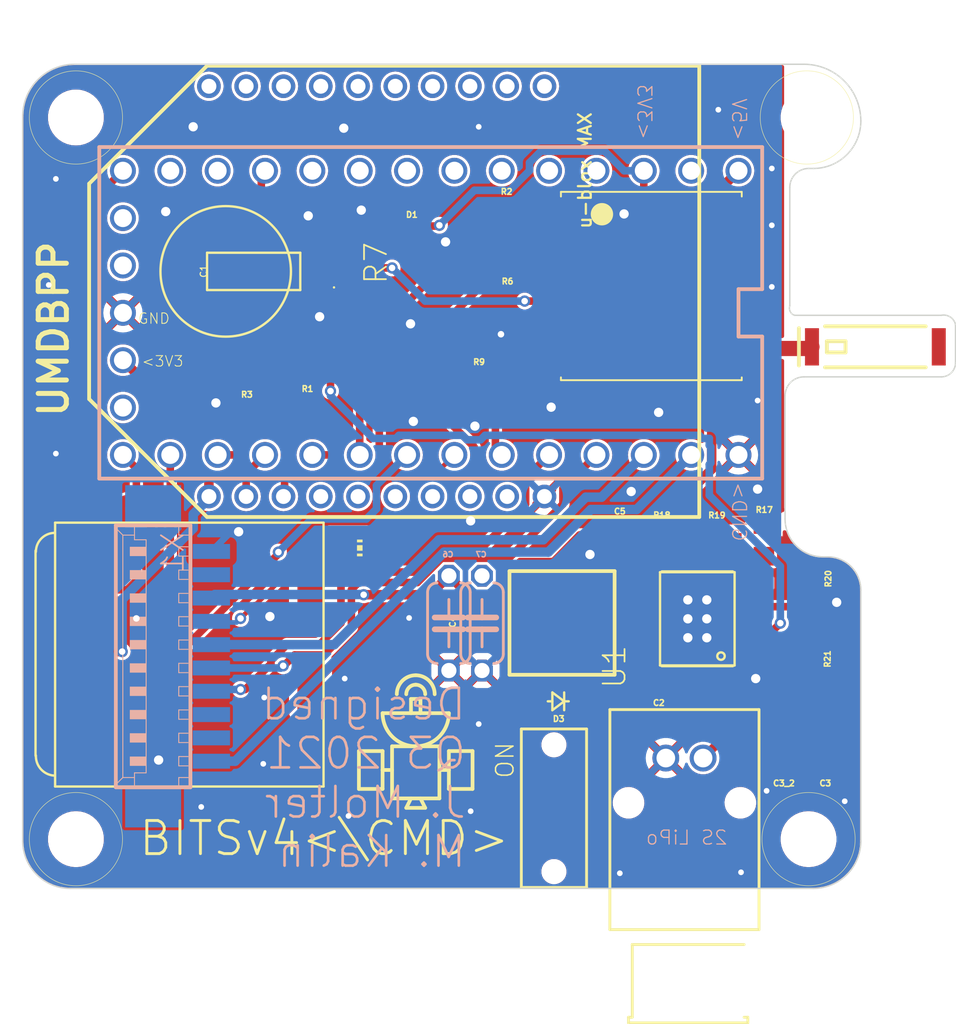
<source format=kicad_pcb>
(kicad_pcb (version 20221018) (generator pcbnew)
  (layers (0 "F.Cu" signal) (31 "B.Cu" signal) (34 "B.Paste" user) (35 "F.Paste" user) (36 "B.SilkS" user "B.Silkscreen") (37 "F.SilkS" user "F.Silkscreen") (38 "B.Mask" user) (39 "F.Mask" user) (44 "Edge.Cuts" user))
  (net 0 "")
  (net 1 "GND")
  (net 2 "+3V3")
  (net 3 "MOSI")
  (net 4 "MISO")
  (net 5 "SD_CS")
  (net 6 "DOUT")
  (net 7 "DIN")
  (net 8 "AGND")
  (net 9 "+5V")
  (net 10 "RXD")
  (net 11 "CTS")
  (net 12 "RTS")
  (net 13 "NETAV")
  (net 14 "RING")
  (net 15 "TXD")
  (net 16 "SLEEP")
  (net 17 "RX3")
  (net 18 "TX3")
  (net 19 "SCK")
  (net 20 "BAT_CELL1")
  (net 21 "LED1")
  (net 22 "N$6")
  (net 23 "9_V_RESET_N")
  (net 24 "V_BCKP")
  (net 25 "N$1")
  (net 26 "N$2")
  (net 27 "N$3")
  (net 28 "N$4")
  (net 29 "N$29")
  (net 30 "N$31")
  (net 31 "SW")
  (net 32 "FB")
  (net 33 "IN1")
  (net 34 "VBAT")
  (net 35 "N$7")
  (net 36 "+3V3_LION")
  (footprint "BITSv4:MICRO_SD_HINGED" (layer "F.Cu") (at 139.619175 117.687725 -90)
    (fp_text reference "U$4" hide)
    (fp_text value "MICRO_SD" hide)
  )
  (footprint "BITSv4:R0603" (layer "F.Cu") (at 165.53725 114.698325 -90)
    (fp_text reference "R21")
    (fp_text value "140k" hide)
  )
  (footprint "BITSv4:XBEE-PRO" (layer "F.Cu") (at 142.4691 95.0846 90)
    (fp_text reference "XB1" hide)
    (fp_text value "XBEE-PRO" hide)
  )
  (footprint "BITSv4:R0603" (layer "F.Cu") (at 147.9881 100.4474 180)
    (fp_text reference "R9")
    (fp_text value "470" hide)
  )
  (footprint "BITSv4:MAX-M8" (layer "F.Cu") (at 157.402725 94.897475 180)
    (fp_text reference "U$7" hide)
    (fp_text value "MAX-M8" hide)
  )
  (footprint "BITSv4:CL-SB-12B-01" (layer "F.Cu") (at 150.2283 127.0508 90)
    (fp_text reference "U$3" hide)
    (fp_text value "CL-SB-12B-01" hide)
  )
  (footprint "BITSv4:559350210" (layer "F.Cu") (at 162.9791 129.3114 180)
    (fp_text reference "U$1" hide)
    (fp_text value "559350210" hide)
  )
  (footprint "BITSv4:R0603" (layer "F.Cu") (at 149.4143 91.2138 180)
    (fp_text reference "R2")
    (fp_text value "22" hide)
  )
  (footprint "" (layer "F.Cu") (at 126.3361 124.4596)
    (fp_text reference "@HOLE1" hide)
    (fp_text value "")
  )
  (footprint "BITSv4:SOD-123_MINI-SMA" (layer "F.Cu") (at 152.2095 117.0686 180)
    (fp_text reference "D3")
    (fp_text value "MBR130T1G" hide)
  )
  (footprint "BITSv4:C0603" (layer "F.Cu") (at 148.1201 112.8776 -90)
    (fp_text reference "C4")
    (fp_text value "2.2uF" hide)
  )
  (footprint "BITSv4:ELNASUPERCAP" (layer "F.Cu") (at 137.870275 94.012425 90)
    (fp_text reference "C1")
    (fp_text value "0.2F" hide)
  )
  (footprint "BITSv4:C0805" (layer "F.Cu") (at 164.3761 118.9736 -90)
    (fp_text reference "C3_2")
    (fp_text value "10uF" hide)
  )
  (footprint "BITSv4:SOD523" (layer "F.Cu") (at 144.2533 91.5838)
    (fp_text reference "D1")
    (fp_text value "RB520S30T1GOSCT-ND" hide)
  )
  (footprint "BITSv4:R0603" (layer "F.Cu") (at 157.66475 108.5569 180)
    (fp_text reference "R18")
    (fp_text value "68k" hide)
  )
  (footprint "BITSv4:R0603" (layer "F.Cu") (at 135.4305 99.1464)
    (fp_text reference "R3")
    (fp_text value "100k" hide)
  )
  (footprint "BITSv4:R0603" (layer "F.Cu") (at 141.7925 92.9874 -90)
    (fp_text reference "R7")
    (fp_text value "22" hide)
  )
  (footprint "" (layer "F.Cu") (at 165.6361 85.7596)
    (fp_text reference "@HOLE2" hide)
    (fp_text value "")
  )
  (footprint "BITSv4:R0603" (layer "F.Cu") (at 138.7079 99.1462 180)
    (fp_text reference "R1")
    (fp_text value "180k" hide)
  )
  (footprint "BITSv4:SO8" (layer "F.Cu") (at 159.669125 112.644075 90)
    (fp_text reference "U1")
    (fp_text value "LMR16020" hide)
  )
  (footprint "BITSv4:C0402" (layer "F.Cu") (at 155.4099 108.5342 -90)
    (fp_text reference "C5")
    (fp_text value "270pF" hide)
  )
  (footprint "" (layer "F.Cu") (at 126.3361 85.7596)
    (fp_text reference "@HOLE3" hide)
    (fp_text value "")
  )
  (footprint "BITSv4:74408943100" (layer "F.Cu") (at 154.2161 112.8776 90)
    (fp_text reference "L1" hide)
    (fp_text value "74408943100" hide)
  )
  (footprint "BITSv4:C0805" (layer "F.Cu") (at 166.4081 118.9736 -90)
    (fp_text reference "C3")
    (fp_text value "10uF" hide)
  )
  (footprint "BITSv4:R0603" (layer "F.Cu") (at 149.4143 93.3552 180)
    (fp_text reference "R6")
    (fp_text value "22" hide)
  )
  (footprint "BITSv4:R0603" (layer "F.Cu") (at 163.241325 108.43725 -90)
    (fp_text reference "R17")
    (fp_text value "45.3k" hide)
  )
  (footprint "BITSv4:R0603" (layer "F.Cu") (at 160.692725 108.5938 180)
    (fp_text reference "R19")
    (fp_text value "12k" hide)
  )
  (footprint "BITSv4:CHIP-LED0603" (layer "F.Cu") (at 141.7123 108.8444 90)
    (fp_text reference "LED1" hide)
    (fp_text value "Red" hide)
  )
  (footprint "" (layer "F.Cu") (at 165.6361 124.4596)
    (fp_text reference "@HOLE0" hide)
    (fp_text value "")
  )
  (footprint "BITSv4:C0603" (layer "F.Cu") (at 159.4831 116.237125)
    (fp_text reference "C2")
    (fp_text value "0.1uF" hide)
  )
  (footprint "BITSv4:SPARKFUN-GPS_ANT-GPS-2X7MM" (layer "F.Cu") (at 169.2196 98.05885)
    (fp_text reference "U$8" hide)
    (fp_text value "1.575GHz" hide)
  )
  (footprint "BITSv4:R0603" (layer "F.Cu") (at 165.524525 111.208975 -90)
    (fp_text reference "R20")
    (fp_text value "30.1k" hide)
  )
  (footprint "BITSv4:TEENSY_3.0-3.2&LC_OUTER_ROW" (layer "B.Cu") (at 145.3681 96.2356 90)
    (fp_text reference "U$2" hide)
    (fp_text value "TEENSY_3.1-3.2_OUTER_ROW")
  )
  (footprint "BITSv4:C050-024X044" (layer "B.Cu") (at 148.1201 112.8776 -90)
    (fp_text reference "C7")
    (fp_text value "33uF")
  )
  (footprint "BITSv4:C050-024X044" (layer "B.Cu") (at 146.3421 112.8776 -90)
    (fp_text reference "C6")
    (fp_text value "33uF")
  )
  (footprint "BITSv4:53261-10" (layer "B.Cu") (at 131.1021 114.6556 -90)
    (fp_text reference "X1")
    (fp_text value "53261-10")
  )
  (gr_line (start 143.2941 122.2756) (end 144.3101 122.2756) (stroke (width 0.2)) (layer "F.SilkS"))
  (gr_line (start 144.3101 122.2756) (end 144.8181 122.2756) (stroke (width 0.2)) (layer "F.SilkS"))
  (gr_line (start 145.8341 120.7516) (end 146.3421 120.7516) (stroke (width 0.2)) (layer "F.SilkS"))
  (gr_line (start 142.7861 119.7356) (end 141.5161 119.7356) (stroke (width 0.2)) (layer "F.SilkS"))
  (gr_line (start 144.5641 119.4816) (end 143.2941 119.4816) (stroke (width 0.2)) (layer "F.SilkS"))
  (gr_arc (start 144.5641 116.1796) (mid 144.92331 116.32839) (end 145.0721 116.6876) (stroke (width 0.2)) (layer "F.SilkS"))
  (gr_circle (center 165.6361 124.4596) (end 168.1361 124.4596) (stroke (width 0.0254)) (fill none) (layer "F.SilkS"))
  (gr_line (start 146.3421 121.7676) (end 147.6121 121.7676) (stroke (width 0.2)) (layer "F.SilkS"))
  (gr_line (start 145.8341 120.7516) (end 145.8341 119.4816) (stroke (width 0.2)) (layer "F.SilkS"))
  (gr_line (start 142.7861 121.7676) (end 142.7861 120.7516) (stroke (width 0.2)) (layer "F.SilkS"))
  (gr_circle (center 165.5441 85.7596) (end 168.0441 85.7596) (stroke (width 0.0254)) (fill none) (layer "F.SilkS"))
  (gr_line (start 145.8341 122.2756) (end 145.8341 120.7516) (stroke (width 0.2)) (layer "F.SilkS"))
  (gr_line (start 143.2941 120.7516) (end 142.7861 120.7516) (stroke (width 0.2)) (layer "F.SilkS"))
  (gr_line (start 145.0721 122.7836) (end 144.8181 122.2756) (stroke (width 0.2)) (layer "F.SilkS"))
  (gr_line (start 141.5161 121.7676) (end 142.7861 121.7676) (stroke (width 0.2)) (layer "F.SilkS"))
  (gr_line (start 142.7861 117.7036) (end 144.3101 117.7036) (stroke (width 0.2)) (layer "F.SilkS"))
  (gr_line (start 144.0561 122.7836) (end 145.0721 122.7836) (stroke (width 0.2)) (layer "F.SilkS"))
  (gr_line (start 144.8181 117.7036) (end 144.8181 116.9416) (stroke (width 0.2)) (layer "F.SilkS"))
  (gr_line (start 149.5933 115.6462) (end 149.5933 110.0836) (stroke (width 0.2)) (layer "F.SilkS"))
  (gr_line (start 141.5161 119.7356) (end 141.5161 121.7676) (stroke (width 0.2)) (layer "F.SilkS"))
  (gr_line (start 144.8181 117.7036) (end 146.3421 117.7036) (stroke (width 0.2)) (layer "F.SilkS"))
  (gr_line (start 147.6121 119.7356) (end 146.3421 119.7356) (stroke (width 0.2)) (layer "F.SilkS"))
  (gr_line (start 144.3101 117.7036) (end 144.8181 117.7036) (stroke (width 0.2)) (layer "F.SilkS"))
  (gr_arc (start 146.3421 117.7036) (mid 145.821336 118.960836) (end 144.5641 119.4816) (stroke (width 0.2)) (layer "F.SilkS"))
  (gr_circle (center 126.3361 124.4596) (end 128.8361 124.4596) (stroke (width 0.0254)) (fill none) (layer "F.SilkS"))
  (gr_arc (start 143.5481 116.6876) (mid 143.84568 115.96918) (end 144.5641 115.6716) (stroke (width 0.2)) (layer "F.SilkS"))
  (gr_line (start 155.2321 115.6462) (end 149.5933 115.6462) (stroke (width 0.2)) (layer "F.SilkS"))
  (gr_line (start 144.8181 122.2756) (end 145.8341 122.2756) (stroke (width 0.2)) (layer "F.SilkS"))
  (gr_arc (start 144.5641 119.4816) (mid 143.306864 118.960836) (end 142.7861 117.7036) (stroke (width 0.2)) (layer "F.SilkS"))
  (gr_line (start 147.6121 121.7676) (end 147.6121 119.7356) (stroke (width 0.2)) (layer "F.SilkS"))
  (gr_arc (start 144.5641 115.6716) (mid 145.28252 115.96918) (end 145.5801 116.6876) (stroke (width 0.2)) (layer "F.SilkS"))
  (gr_line (start 146.3421 120.7516) (end 146.3421 119.7356) (stroke (width 0.2)) (layer "F.SilkS"))
  (gr_arc (start 144.0561 116.6876) (mid 144.20489 116.32839) (end 144.5641 116.1796) (stroke (width 0.2)) (layer "F.SilkS"))
  (gr_line (start 143.2941 119.4816) (end 143.2941 120.7516) (stroke (width 0.2)) (layer "F.SilkS"))
  (gr_line (start 143.2941 120.7516) (end 143.2941 122.2756) (stroke (width 0.2)) (layer "F.SilkS"))
  (gr_line (start 142.7861 120.7516) (end 142.7861 119.7356) (stroke (width 0.2)) (layer "F.SilkS"))
  (gr_line (start 144.8181 116.9416) (end 144.3101 116.9416) (stroke (width 0.2)) (layer "F.SilkS"))
  (gr_line (start 145.8341 119.4816) (end 144.5641 119.4816) (stroke (width 0.2)) (layer "F.SilkS"))
  (gr_line (start 144.3101 116.9416) (end 144.3101 117.7036) (stroke (width 0.2)) (layer "F.SilkS"))
  (gr_line (start 144.3101 122.2756) (end 144.0561 122.7836) (stroke (width 0.2)) (layer "F.SilkS"))
  (gr_line (start 155.2321 110.0836) (end 155.2321 115.6462) (stroke (width 0.2)) (layer "F.SilkS"))
  (gr_circle (center 126.3361 85.7596) (end 128.8361 85.7596) (stroke (width 0.0254)) (fill none) (layer "F.SilkS"))
  (gr_line (start 149.5933 110.0836) (end 155.2321 110.0836) (stroke (width 0.2)) (layer "F.SilkS"))
  (gr_line (start 146.3421 121.7676) (end 146.3421 120.7516) (stroke (width 0.2)) (layer "F.SilkS"))
  (gr_arc (start 168.4401 85.9536) (mid 167.696151 87.749651) (end 165.9001 88.4936) (stroke (width 0.0762)) (layer "Edge.Cuts"))
  (gr_arc (start 126.022101 127.101599) (mid 124.226049 126.357651) (end 123.4821 124.5616) (stroke (width 0.0762)) (layer "Edge.Cuts"))
  (gr_arc (start 172.7581 96.3676) (mid 173.24431 96.463785) (end 173.5201 96.8756) (stroke (width 0.0762)) (layer "Edge.Cuts"))
  (gr_arc (start 164.8841 96.3676) (mid 164.65189 96.166205) (end 164.6301 95.8596) (stroke (width 0.0762)) (layer "Edge.Cuts"))
  (gr_arc (start 164.3761 100.6856) (mid 164.67368 99.96718) (end 165.3921 99.6696) (stroke (width 0.0762)) (layer "Edge.Cuts"))
  (gr_line (start 126.0221 127.1016) (end 165.9001 127.1016) (stroke (width 0.0762)) (layer "Edge.Cuts"))
  (gr_line (start 164.3761 107.2896) (end 164.3761 100.6856) (stroke (width 0.0762)) (layer "Edge.Cuts"))
  (gr_line (start 123.4821 85.6996) (end 123.4821 124.5616) (stroke (width 0.0762)) (layer "Edge.Cuts"))
  (gr_arc (start 164.6301 89.5096) (mid 164.92768 88.79118) (end 165.6461 88.4936) (stroke (width 0.0762)) (layer "Edge.Cuts"))
  (gr_arc (start 165.3921 82.9056) (mid 167.547361 83.798339) (end 168.4401 85.9536) (stroke (width 0.0762)) (layer "Edge.Cuts"))
  (gr_arc (start 123.4821 85.6996) (mid 124.300444 83.723944) (end 126.2761 82.9056) (stroke (width 0.0762)) (layer "Edge.Cuts"))
  (gr_line (start 168.4401 111.0996) (end 168.4401 124.5616) (stroke (width 0.0762)) (layer "Edge.Cuts"))
  (gr_line (start 166.4081 109.3216) (end 166.6621 109.3216) (stroke (width 0.0762)) (layer "Edge.Cuts"))
  (gr_arc (start 168.4401 124.5616) (mid 167.696151 126.357651) (end 165.900099 127.101599) (stroke (width 0.0762)) (layer "Edge.Cuts"))
  (gr_line (start 172.7581 96.3676) (end 164.8841 96.3676) (stroke (width 0.0762)) (layer "Edge.Cuts"))
  (gr_line (start 173.5201 98.9076) (end 173.5201 96.8756) (stroke (width 0.0762)) (layer "Edge.Cuts"))
  (gr_line (start 165.6461 88.4936) (end 165.9001 88.4936) (stroke (width 0.0762)) (layer "Edge.Cuts"))
  (gr_line (start 165.3921 99.6696) (end 172.7581 99.6696) (stroke (width 0.0762)) (layer "Edge.Cuts"))
  (gr_arc (start 166.6621 109.3216) (mid 167.919336 109.842364) (end 168.4401 111.0996) (stroke (width 0.0762)) (layer "Edge.Cuts"))
  (gr_line (start 165.3921 82.9056) (end 126.2761 82.9056) (stroke (width 0.0762)) (layer "Edge.Cuts"))
  (gr_arc (start 166.4081 109.3216) (mid 164.971259 108.726441) (end 164.3761 107.2896) (stroke (width 0.0762)) (layer "Edge.Cuts"))
  (gr_arc (start 173.5201 98.9076) (mid 173.296915 99.446415) (end 172.7581 99.6696) (stroke (width 0.0762)) (layer "Edge.Cuts"))
  (gr_line (start 164.6301 95.8596) (end 164.6301 89.5096) (stroke (width 0.0762)) (layer "Edge.Cuts"))
  (gr_text "<5V" (at 162.3441 84.6836 -90) (layer "B.SilkS") (effects (font (size 0.747776 0.747776) (thickness 0.065024)) (justify right top mirror)))
  (gr_text "<3V3" (at 157.2641 83.9216 -90) (layer "B.SilkS") (effects (font (size 0.747776 0.747776) (thickness 0.065024)) (justify right top mirror)))
  (gr_text "GND>" (at 162.3441 105.2576 -90) (layer "B.SilkS") (effects (font (size 0.747776 0.747776) (thickness 0.065024)) (justify right top mirror)))
  (gr_text "Designed\nQ3 2021\nJ. Molter\nM. Kalin" (at 147.3581 126.0856) (layer "B.SilkS") (effects (font (size 1.63576 1.63576) (thickness 0.14224)) (justify left bottom mirror)))
  (gr_text "2S LiPo" (at 161.3281 124.8156) (layer "B.SilkS") (effects (font (size 0.747776 0.747776) (thickness 0.065024)) (justify left bottom mirror)))
  (gr_text "BITSv4<\\CMD>" (at 139.6535 124.4222) (layer "F.SilkS") (effects (font (size 1.775968 1.775968) (thickness 0.154432))))
  (gr_text "<3V3" (at 129.8321 99.1616) (layer "F.SilkS") (effects (font (size 0.560832 0.560832) (thickness 0.048768)) (justify left bottom)))
  (gr_text "ON" (at 149.8981 121.2596 90) (layer "F.SilkS") (effects (font (size 0.93472 0.93472) (thickness 0.08128)) (justify left bottom)))
  (gr_text "GND" (at 131.4069 96.2152) (layer "F.SilkS") (effects (font (size 0.560832 0.560832) (thickness 0.048768)) (justify right top)))
  (gr_text "UMDBPP" (at 126.0221 101.9556 90) (layer "F.SilkS") (effects (font (size 1.5113 1.5113) (thickness 0.2667)) (justify left bottom)))
  (segment (start 156.794125 113.294075) (end 158.795125 113.294075) (width 0.4064) (layer "F.Cu") (net 1))
  (segment (start 158.795125 113.294075) (end 159.161125 113.660075) (width 0.254) (layer "F.Cu") (net 1))
  (via (at 130.7719 120.2182) (size 0.754) (drill 0.5) (layers "F.Cu" "B.Cu") (net 1))
  (via (at 132.6261 86.2584) (size 0.754) (drill 0.5) (layers "F.Cu" "B.Cu") (net 1))
  (via (at 141.6431 90.7288) (size 0.754) (drill 0.5) (layers "F.Cu" "B.Cu") (net 1))
  (via (at 147.9423 86.2584) (size 0.5588) (drill 0.3048) (layers "F.Cu" "B.Cu") (net 1))
  (via (at 160.177125 113.660075) (size 0.754) (drill 0.5) (layers "F.Cu" "B.Cu") (net 1))
  (via (at 147.9423 118.2878) (size 0.5588) (drill 0.3048) (layers "F.Cu" "B.Cu") (net 1))
  (via (at 147.5105 107.3912) (size 0.754) (drill 0.5) (layers "F.Cu" "B.Cu") (net 1))
  (via (at 155.7401 90.932) (size 0.754) (drill 0.5) (layers "F.Cu" "B.Cu") (net 1))
  (via (at 160.177125 111.628075) (size 0.754) (drill 0.5) (layers "F.Cu" "B.Cu") (net 1))
  (via (at 163.3855 121.8692) (size 0.5588) (drill 0.3048) (layers "F.Cu" "B.Cu") (net 1))
  (via (at 157.5943 101.5746) (size 0.754) (drill 0.5) (layers "F.Cu" "B.Cu") (net 1))
  (via (at 146.1643 92.4306) (size 0.754) (drill 0.5) (layers "F.Cu" "B.Cu") (net 1))
  (via (at 162.0139 126.238) (size 0.5588) (drill 0.3048) (layers "F.Cu" "B.Cu") (net 1))
  (via (at 133.8453 101.0666) (size 0.754) (drill 0.5) (layers "F.Cu" "B.Cu") (net 1))
  (via (at 144.4371 102.0572) (size 0.754) (drill 0.5) (layers "F.Cu" "B.Cu") (net 1))
  (via (at 125.2601 103.7844) (size 0.5588) (drill 0.3048) (layers "F.Cu" "B.Cu") (net 1))
  (via (at 147.7391 102.3112) (size 0.754) (drill 0.5) (layers "F.Cu" "B.Cu") (net 1))
  (via (at 167.5765 122.428) (size 0.5588) (drill 0.3048) (layers "F.Cu" "B.Cu") (net 1))
  (via (at 163.6649 94.8436) (size 0.5588) (drill 0.3048) (layers "F.Cu" "B.Cu") (net 1))
  (via (at 160.177125 112.644075) (size 0.754) (drill 0.5) (layers "F.Cu" "B.Cu") (net 1))
  (via (at 140.7033 86.3346) (size 0.754) (drill 0.5) (layers "F.Cu" "B.Cu") (net 1))
  (via (at 136.7409 112.522) (size 0.754) (drill 0.5) (layers "F.Cu" "B.Cu") (net 1))
  (via (at 138.7983 91.0336) (size 0.754) (drill 0.5) (layers "F.Cu" "B.Cu") (net 1))
  (via (at 139.4079 96.4438) (size 0.754) (drill 0.5) (layers "F.Cu" "B.Cu") (net 1))
  (via (at 162.8013 115.8494) (size 0.754) (drill 0.5) (layers "F.Cu" "B.Cu") (net 1))
  (via (at 135.0645 107.9754) (size 0.754) (drill 0.5) (layers "F.Cu" "B.Cu") (net 1))
  (via (at 163.6649 91.5416) (size 0.5588) (drill 0.3048) (layers "F.Cu" "B.Cu") (net 1))
  (via (at 160.7947 85.344) (size 0.5588) (drill 0.3048) (layers "F.Cu" "B.Cu") (net 1))
  (via (at 159.161125 113.660075) (size 0.754) (drill 0.5) (layers "F.Cu" "B.Cu") (net 1))
  (via (at 162.9029 105.6894) (size 0.754) (drill 0.5) (layers "F.Cu" "B.Cu") (net 1))
  (via (at 131.1529 90.805) (size 0.754) (drill 0.5) (layers "F.Cu" "B.Cu") (net 1))
  (via (at 156.1211 105.8164) (size 0.754) (drill 0.5) (layers "F.Cu" "B.Cu") (net 1))
  (via (at 147.5105 122.9614) (size 0.5588) (drill 0.3048) (layers "F.Cu" "B.Cu") (net 1))
  (via (at 125.2601 89.0524) (size 0.5588) (drill 0.3048) (layers "F.Cu" "B.Cu") (net 1))
  (via (at 136.3853 120.4214) (size 0.5588) (drill 0.3048) (layers "F.Cu" "B.Cu") (net 1))
  (via (at 129.5781 112.6236) (size 0.604) (drill 0.35) (layers "F.Cu" "B.Cu") (net 1))
  (via (at 167.1447 111.76) (size 0.754) (drill 0.5) (layers "F.Cu" "B.Cu") (net 1))
  (via (at 149.1361 97.3836) (size 0.604) (drill 0.35) (layers "F.Cu" "B.Cu") (net 1))
  (via (at 163.6649 88.4936) (size 0.5588) (drill 0.3048) (layers "F.Cu" "B.Cu") (net 1))
  (via (at 159.161125 111.628075) (size 0.754) (drill 0.5) (layers "F.Cu" "B.Cu") (net 1))
  (via (at 140.7541 115.8494) (size 0.5588) (drill 0.3048) (layers "F.Cu" "B.Cu") (net 1))
  (via (at 133.0579 122.7328) (size 0.5588) (drill 0.3048) (layers "F.Cu" "B.Cu") (net 1))
  (via (at 153.9113 109.1946) (size 0.754) (drill 0.5) (layers "F.Cu" "B.Cu") (net 1))
  (via (at 144.2847 96.8248) (size 0.754) (drill 0.5) (layers "F.Cu" "B.Cu") (net 1))
  (via (at 136.4361 116.8654) (size 0.5588) (drill 0.3048) (layers "F.Cu" "B.Cu") (net 1))
  (via (at 144.2085 112.5982) (size 0.5588) (drill 0.3048) (layers "F.Cu" "B.Cu") (net 1))
  (via (at 162.9029 100.9396) (size 0.5588) (drill 0.3048) (layers "F.Cu" "B.Cu") (net 1))
  (via (at 155.5115 126.2888) (size 0.5588) (drill 0.3048) (layers "F.Cu" "B.Cu") (net 1))
  (via (at 159.161125 112.644075) (size 0.754) (drill 0.5) (layers "F.Cu" "B.Cu") (net 1))
  (via (at 140.9573 123.2154) (size 0.5588) (drill 0.3048) (layers "F.Cu" "B.Cu") (net 1))
  (via (at 124.8791 94.742) (size 0.5588) (drill 0.3048) (layers "F.Cu" "B.Cu") (net 1))
  (via (at 151.8285 101.2952) (size 0.754) (drill 0.5) (layers "F.Cu" "B.Cu") (net 1))
  (segment (start 152.452725 97.047475) (end 152.452725 98.147475) (width 0.4064) (layer "F.Cu") (net 2))
  (segment (start 128.8161 114.4016) (end 126.23305 114.4016) (width 0.508) (layer "F.Cu") (net 2))
  (segment (start 144.9533 91.5838) (end 145.7919 91.5838) (width 0.4064) (layer "F.Cu") (net 2))
  (segment (start 132.836756 104.311794) (end 133.4691 104.944138) (width 0.508) (layer "F.Cu") (net 2))
  (segment (start 133.4691 104.944138) (end 133.4691 106.0846) (width 0.508) (layer "F.Cu") (net 2))
  (segment (start 132.836756 102.754257) (end 132.836756 104.311794) (width 0.508) (layer "F.Cu") (net 2))
  (segment (start 126.23305 114.4016) (end 126.219175 114.387725) (width 0.4064) (layer "F.Cu") (net 2))
  (segment (start 153.917618 97.047475) (end 152.452725 97.047475) (width 0.4064) (layer "F.Cu") (net 2))
  (segment (start 145.7919 91.5838) (end 145.8341 91.5416) (width 0.4064) (layer "F.Cu") (net 2))
  (segment (start 156.7981 88.6156) (end 156.7981 94.166994) (width 0.4064) (layer "F.Cu") (net 2))
  (segment (start 156.7981 94.166994) (end 153.917618 97.047475) (width 0.4064) (layer "F.Cu") (net 2))
  (segment (start 128.8581 98.7756) (end 132.836756 102.754257) (width 0.508) (layer "F.Cu") (net 2))
  (via (at 145.8341 91.5416) (size 0.604) (drill 0.35) (layers "F.Cu" "B.Cu") (net 2))
  (via (at 128.8161 114.4016) (size 0.604) (drill 0.35) (layers "F.Cu" "B.Cu") (net 2))
  (segment (start 132.6261 107.0356) (end 132.6261 107.7976) (width 0.508) (layer "B.Cu") (net 2))
  (segment (start 149.61325 89.666144) (end 150.667556 88.611838) (width 0.4064) (layer "B.Cu") (net 2))
  (segment (start 150.667556 88.611838) (end 150.667556 88.18045) (width 0.4064) (layer "B.Cu") (net 2))
  (segment (start 145.8341 91.5416) (end 147.709556 89.666144) (width 0.4064) (layer "B.Cu") (net 2))
  (segment (start 150.667556 88.18045) (end 151.28295 87.565057) (width 0.4064) (layer "B.Cu") (net 2))
  (segment (start 151.28295 87.565057) (end 154.69325 87.565057) (width 0.4064) (layer "B.Cu") (net 2))
  (segment (start 154.69325 87.565057) (end 155.743793 88.6156) (width 0.4064) (layer "B.Cu") (net 2))
  (segment (start 155.743793 88.6156) (end 156.7981 88.6156) (width 0.4064) (layer "B.Cu") (net 2))
  (segment (start 147.709556 89.666144) (end 149.61325 89.666144) (width 0.4064) (layer "B.Cu") (net 2))
  (segment (start 132.6261 107.7976) (end 128.8161 111.6076) (width 0.508) (layer "B.Cu") (net 2))
  (segment (start 128.8161 114.4016) (end 128.8161 111.6076) (width 0.508) (layer "B.Cu") (net 2))
  (segment (start 133.4691 106.0846) (end 133.4691 106.1926) (width 0.508) (layer "B.Cu") (net 2))
  (segment (start 133.4691 106.1926) (end 132.6261 107.0356) (width 0.508) (layer "B.Cu") (net 2))
  (segment (start 131.3981 103.8556) (end 131.3981 113.257588) (width 0.4064) (layer "F.Cu") (net 3))
  (segment (start 126.359575 115.347325) (end 126.219175 115.487725) (width 0.4064) (layer "F.Cu") (net 3))
  (segment (start 131.3981 113.257588) (end 129.308362 115.347325) (width 0.4064) (layer "F.Cu") (net 3))
  (segment (start 129.308362 115.347325) (end 126.359575 115.347325) (width 0.4064) (layer "F.Cu") (net 3))
  (segment (start 129.0701 111.0996) (end 129.058225 111.087725) (width 0.4064) (layer "F.Cu") (net 4))
  (segment (start 130.203211 107.465334) (end 129.9718 107.390144) (width 0.4064) (layer "F.Cu") (net 4))
  (segment (start 128.86589 108.78328) (end 128.952989 108.696181) (width 0.4064) (layer "F.Cu") (net 4))
  (segment (start 128.7907 109.458135) (end 128.7907 109.014691) (width 0.4064) (layer "F.Cu") (net 4))
  (segment (start 129.30606 106.140031) (end 129.415811 106.08411) (width 0.4064) (layer "F.Cu") (net 4))
  (segment (start 129.5781 110.245535) (end 129.558831 110.123875) (width 0.4064) (layer "F.Cu") (net 4))
  (segment (start 130.29031 107.552433) (end 130.203211 107.465334) (width 0.4064) (layer "F.Cu") (net 4))
  (segment (start 129.50291 110.014124) (end 129.415811 109.927025) (width 0.4064) (layer "F.Cu") (net 4))
  (segment (start 129.1844 107.390144) (end 129.06274 107.370875) (width 0.4064) (layer "F.Cu") (net 4))
  (segment (start 129.5781 110.245535) (end 129.5781 110.245535) (width 0.4064) (layer "F.Cu") (net 4))
  (segment (start 129.5781 110.5916) (end 129.0701 111.0996) (width 0.4064) (layer "F.Cu") (net 4))
  (segment (start 129.1844 108.620991) (end 129.9718 108.620991) (width 0.4064) (layer "F.Cu") (net 4))
  (segment (start 130.346231 107.662184) (end 130.29031 107.552433) (width 0.4064) (layer "F.Cu") (net 4))
  (segment (start 128.952989 107.314954) (end 128.86589 107.227855) (width 0.4064) (layer "F.Cu") (net 4))
  (segment (start 128.809969 106.43134) (end 128.86589 106.321589) (width 0.4064) (layer "F.Cu") (net 4))
  (segment (start 128.7907 109.014691) (end 128.809969 108.893031) (width 0.4064) (layer "F.Cu") (net 4))
  (segment (start 129.9718 107.390144) (end 129.1844 107.390144) (width 0.4064) (layer "F.Cu") (net 4))
  (segment (start 128.952989 109.776645) (end 128.86589 109.689546) (width 0.4064) (layer "F.Cu") (net 4))
  (segment (start 129.1844 107.390144) (end 129.1844 107.390144) (width 0.4064) (layer "F.Cu") (net 4))
  (segment (start 129.9718 108.620991) (end 130.09346 108.601722) (width 0.4064) (layer "F.Cu") (net 4))
  (segment (start 128.7907 106.996444) (end 128.7907 106.553) (width 0.4064) (layer "F.Cu") (net 4))
  (segment (start 129.415811 106.08411) (end 129.50291 105.997011) (width 0.4064) (layer "F.Cu") (net 4))
  (segment (start 130.3655 108.227291) (end 130.3655 107.783844) (width 0.4064) (layer "F.Cu") (net 4))
  (segment (start 128.86589 107.227855) (end 128.7907 106.996444) (width 0.4064) (layer "F.Cu") (net 4))
  (segment (start 129.1844 106.1593) (end 129.1844 106.1593) (width 0.4064) (layer "F.Cu") (net 4))
  (segment (start 129.058225 111.087725) (end 126.219175 111.087725) (width 0.4064) (layer "F.Cu") (net 4))
  (segment (start 129.06274 109.832566) (end 128.952989 109.776645) (width 0.4064) (layer "F.Cu") (net 4))
  (segment (start 129.5781 110.5916) (end 129.5781 110.245535) (width 0.4064) (layer "F.Cu") (net 4))
  (segment (start 129.1844 106.1593) (end 129.30606 106.140031) (width 0.4064) (layer "F.Cu") (net 4))
  (segment (start 128.86589 109.689546) (end 128.7907 109.458135) (width 0.4064) (layer "F.Cu") (net 4))
  (segment (start 129.9718 108.620991) (end 129.9718 108.620991) (width 0.4064) (layer "F.Cu") (net 4))
  (segment (start 128.952989 106.23449) (end 129.1844 106.1593) (width 0.4064) (layer "F.Cu") (net 4))
  (segment (start 128.8581 103.8556) (end 129.5781 104.5756) (width 0.4064) (layer "F.Cu") (net 4))
  (segment (start 128.7907 106.553) (end 128.809969 106.43134) (width 0.4064) (layer "F.Cu") (net 4))
  (segment (start 129.1844 109.851835) (end 129.06274 109.832566) (width 0.4064) (layer "F.Cu") (net 4))
  (segment (start 128.809969 108.893031) (end 128.86589 108.78328) (width 0.4064) (layer "F.Cu") (net 4))
  (segment (start 130.3655 107.783844) (end 130.3655 107.783844) (width 0.4064) (layer "F.Cu") (net 4))
  (segment (start 128.952989 108.696181) (end 129.1844 108.620991) (width 0.4064) (layer "F.Cu") (net 4))
  (segment (start 129.558831 110.123875) (end 129.50291 110.014124) (width 0.4064) (layer "F.Cu") (net 4))
  (segment (start 130.203211 108.545801) (end 130.29031 108.458702) (width 0.4064) (layer "F.Cu") (net 4))
  (segment (start 130.09346 108.601722) (end 130.203211 108.545801) (width 0.4064) (layer "F.Cu") (net 4))
  (segment (start 128.86589 106.321589) (end 128.952989 106.23449) (width 0.4064) (layer "F.Cu") (net 4))
  (segment (start 129.5781 105.7656) (end 129.5781 104.5756) (width 0.4064) (layer "F.Cu") (net 4))
  (segment (start 130.29031 108.458702) (end 130.3655 108.227291) (width 0.4064) (layer "F.Cu") (net 4))
  (segment (start 128.7907 109.014691) (end 128.7907 109.014691) (width 0.4064) (layer "F.Cu") (net 4))
  (segment (start 129.1844 109.851835) (end 129.1844 109.851835) (width 0.4064) (layer "F.Cu") (net 4))
  (segment (start 129.415811 109.927025) (end 129.1844 109.851835) (width 0.4064) (layer "F.Cu") (net 4))
  (segment (start 128.7907 106.553) (end 128.7907 106.553) (width 0.4064) (layer "F.Cu") (net 4))
  (segment (start 129.06274 107.370875) (end 128.952989 107.314954) (width 0.4064) (layer "F.Cu") (net 4))
  (segment (start 129.50291 105.997011) (end 129.5781 105.7656) (width 0.4064) (layer "F.Cu") (net 4))
  (segment (start 130.3655 107.783844) (end 130.346231 107.662184) (width 0.4064) (layer "F.Cu") (net 4))
  (segment (start 126.219175 116.587725) (end 129.775175 116.587725) (width 0.4064) (layer "F.Cu") (net 5))
  (segment (start 137.1981 109.0676) (end 137.2467 109.1162) (width 0.4064) (layer "F.Cu") (net 5))
  (segment (start 137.2467 109.1162) (end 129.775175 116.587725) (width 0.4064) (layer "F.Cu") (net 5))
  (via (at 137.1981 109.0676) (size 0.604) (drill 0.35) (layers "F.Cu" "B.Cu") (net 5))
  (segment (start 144.0981 103.8556) (end 142.4597 105.494) (width 0.4064) (layer "B.Cu") (net 5))
  (segment (start 142.4597 106.748925) (end 141.919025 107.2896) (width 0.4064) (layer "B.Cu") (net 5))
  (segment (start 142.4597 105.494) (end 142.4597 106.748925) (width 0.4064) (layer "B.Cu") (net 5))
  (segment (start 141.919025 107.2896) (end 138.9761 107.2896) (width 0.4064) (layer "B.Cu") (net 5))
  (segment (start 138.9761 107.2896) (end 137.1981 109.0676) (width 0.4064) (layer "B.Cu") (net 5))
  (segment (start 135.4691 104.8646) (end 135.4691 106.0846) (width 0.4064) (layer "F.Cu") (net 6))
  (segment (start 136.4781 103.8556) (end 135.4691 104.8646) (width 0.4064) (layer "F.Cu") (net 6))
  (segment (start 136.91325 102.805057) (end 136.04295 102.805057) (width 0.4064) (layer "F.Cu") (net 7))
  (segment (start 135.2401 103.8556) (end 133.9381 103.8556) (width 0.4064) (layer "F.Cu") (net 7))
  (segment (start 136.91325 102.805057) (end 137.528643 103.42045) (width 0.4064) (layer "F.Cu") (net 7))
  (segment (start 137.4691 106.0846) (end 137.528643 106.025057) (width 0.4064) (layer "F.Cu") (net 7))
  (segment (start 137.528643 106.025057) (end 137.528643 103.42045) (width 0.4064) (layer "F.Cu") (net 7))
  (segment (start 136.04295 102.805057) (end 135.427556 103.42045) (width 0.4064) (layer "F.Cu") (net 7))
  (segment (start 135.427556 103.42045) (end 135.427556 103.668144) (width 0.4064) (layer "F.Cu") (net 7))
  (segment (start 135.427556 103.668144) (end 135.2401 103.8556) (width 0.4064) (layer "F.Cu") (net 7))
  (segment (start 160.439443 104.622257) (end 156.81475 108.24695) (width 0.508) (layer "F.Cu") (net 9))
  (segment (start 156.81475 108.24695) (end 156.81475 108.5569) (width 0.508) (layer "F.Cu") (net 9))
  (segment (start 151.2241 110.3936) (end 151.2241 112.3696) (width 0.508) (layer "F.Cu") (net 9))
  (segment (start 155.096868 108.197232) (end 153.37635 108.197232) (width 0.508) (layer "F.Cu") (net 9))
  (segment (start 146.3421 110.3376) (end 145.3261 111.3536) (width 0.508) (layer "F.Cu") (net 9))
  (segment (start 151.2241 112.3696) (end 150.7161 112.8776) (width 0.508) (layer "F.Cu") (net 9))
  (segment (start 155.9535 108.4278) (end 156.028237 108.4278) (width 0.508) (layer "F.Cu") (net 9))
  (segment (start 155.4099 107.8842) (end 155.9535 108.4278) (width 0.508) (layer "F.Cu") (net 9))
  (segment (start 160.439443 89.932019) (end 160.884387 89.487075) (width 0.508) (layer "F.Cu") (net 9))
  (segment (start 156.157337 108.5569) (end 156.81475 108.5569) (width 0.508) (layer "F.Cu") (net 9))
  (segment (start 155.4099 107.8842) (end 155.096868 108.197232) (width 0.508) (layer "F.Cu") (net 9))
  (segment (start 153.37635 108.197232) (end 151.2241 110.3936) (width 0.508) (layer "F.Cu") (net 9))
  (segment (start 156.028237 108.4278) (end 156.157337 108.5569) (width 0.508) (layer "F.Cu") (net 9))
  (segment (start 160.884387 89.487075) (end 161.006625 89.487075) (width 0.508) (layer "F.Cu") (net 9))
  (segment (start 160.439443 89.932019) (end 160.439443 104.622257) (width 0.508) (layer "F.Cu") (net 9))
  (segment (start 161.006625 89.487075) (end 161.8781 88.6156) (width 0.508) (layer "F.Cu") (net 9))
  (segment (start 145.3261 111.3536) (end 141.7701 111.3536) (width 0.508) (layer "F.Cu") (net 9))
  (via (at 141.7701 111.3536) (size 0.604) (drill 0.35) (layers "F.Cu" "B.Cu") (net 9))
  (segment (start 133.7917 111.341) (end 133.6021 111.5306) (width 0.508) (layer "B.Cu") (net 9))
  (segment (start 141.7701 111.3536) (end 141.7575 111.341) (width 0.508) (layer "B.Cu") (net 9))
  (segment (start 141.7575 111.341) (end 133.7917 111.341) (width 0.508) (layer "B.Cu") (net 9))
  (segment (start 159.3381 103.8556) (end 156.4121 106.7816) (width 0.508) (layer "B.Cu") (net 10))
  (segment (start 146.0881 109.0676) (end 134.8751 120.2806) (width 0.508) (layer "B.Cu") (net 10))
  (segment (start 153.9621 106.7816) (end 151.6761 109.0676) (width 0.508) (layer "B.Cu") (net 10))
  (segment (start 156.4121 106.7816) (end 153.9621 106.7816) (width 0.508) (layer "B.Cu") (net 10))
  (segment (start 134.8751 120.2806) (end 133.6021 120.2806) (width 0.508) (layer "B.Cu") (net 10))
  (segment (start 151.6761 109.0676) (end 146.0881 109.0676) (width 0.508) (layer "B.Cu") (net 10))
  (segment (start 144.421712 110.1372) (end 141.266243 110.1372) (width 0.4064) (layer "F.Cu") (net 13))
  (segment (start 150.4597 106.494925) (end 148.116643 108.837982) (width 0.4064) (layer "F.Cu") (net 13))
  (segment (start 150.4597 105.114) (end 150.4597 106.494925) (width 0.4064) (layer "F.Cu") (net 13))
  (segment (start 136.7945 114.891213) (end 136.7945 115.0592) (width 0.4064) (layer "F.Cu") (net 13))
  (segment (start 136.7945 115.0592) (end 135.4201 116.4336) (width 0.4064) (layer "F.Cu") (net 13))
  (segment (start 145.720931 108.837982) (end 144.421712 110.1372) (width 0.4064) (layer "F.Cu") (net 13))
  (segment (start 137.662387 114.023325) (end 136.7945 114.891213) (width 0.4064) (layer "F.Cu") (net 13))
  (segment (start 140.5537 112.870969) (end 139.401343 114.023325) (width 0.4064) (layer "F.Cu") (net 13))
  (segment (start 141.266243 110.1372) (end 140.5537 110.849744) (width 0.4064) (layer "F.Cu") (net 13))
  (segment (start 151.7181 103.8556) (end 150.4597 105.114) (width 0.4064) (layer "F.Cu") (net 13))
  (segment (start 135.4201 116.4336) (end 135.1661 116.4336) (width 0.4064) (layer "F.Cu") (net 13))
  (segment (start 148.116643 108.837982) (end 145.720931 108.837982) (width 0.4064) (layer "F.Cu") (net 13))
  (segment (start 139.401343 114.023325) (end 137.662387 114.023325) (width 0.4064) (layer "F.Cu") (net 13))
  (segment (start 140.5537 110.849744) (end 140.5537 112.870969) (width 0.4064) (layer "F.Cu") (net 13))
  (via (at 135.1661 116.4336) (size 0.604) (drill 0.35) (layers "F.Cu" "B.Cu") (net 13))
  (segment (start 133.6991 116.4336) (end 133.6021 116.5306) (width 0.4064) (layer "B.Cu") (net 13))
  (segment (start 135.1661 116.4336) (end 133.6991 116.4336) (width 0.4064) (layer "B.Cu") (net 13))
  (segment (start 141.497712 110.696) (end 141.1125 111.081213) (width 0.4064) (layer "F.Cu") (net 14))
  (segment (start 141.1125 111.081213) (end 141.1125 113.102438) (width 0.4064) (layer "F.Cu") (net 14))
  (segment (start 138.071881 114.582125) (end 137.490406 115.1636) (width 0.4064) (layer "F.Cu") (net 14))
  (segment (start 137.490406 115.1636) (end 137.4521 115.1636) (width 0.4064) (layer "F.Cu") (net 14))
  (segment (start 141.1125 113.102438) (end 139.632812 114.582125) (width 0.4064) (layer "F.Cu") (net 14))
  (segment (start 139.632812 114.582125) (end 138.071881 114.582125) (width 0.4064) (layer "F.Cu") (net 14))
  (segment (start 145.9524 109.396782) (end 144.653181 110.696) (width 0.4064) (layer "F.Cu") (net 14))
  (segment (start 152.4597 105.654) (end 152.4597 106.494925) (width 0.4064) (layer "F.Cu") (net 14))
  (segment (start 149.557843 109.396782) (end 145.9524 109.396782) (width 0.4064) (layer "F.Cu") (net 14))
  (segment (start 144.653181 110.696) (end 141.497712 110.696) (width 0.4064) (layer "F.Cu") (net 14))
  (segment (start 154.2581 103.8556) (end 152.4597 105.654) (width 0.4064) (layer "F.Cu") (net 14))
  (segment (start 152.4597 106.494925) (end 149.557843 109.396782) (width 0.4064) (layer "F.Cu") (net 14))
  (via (at 137.4521 115.1636) (size 0.604) (drill 0.35) (layers "F.Cu" "B.Cu") (net 14))
  (segment (start 137.3351 115.2806) (end 133.6021 115.2806) (width 0.4064) (layer "B.Cu") (net 14))
  (segment (start 137.4521 115.1636) (end 137.3351 115.2806) (width 0.4064) (layer "B.Cu") (net 14))
  (segment (start 151.40255 108.4072) (end 145.81455 108.4072) (width 0.508) (layer "B.Cu") (net 15))
  (segment (start 154.5325 106.1212) (end 153.68855 106.1212) (width 0.508) (layer "B.Cu") (net 15))
  (segment (start 140.19115 114.0306) (end 133.6021 114.0306) (width 0.508) (layer "B.Cu") (net 15))
  (segment (start 153.68855 106.1212) (end 151.40255 108.4072) (width 0.508) (layer "B.Cu") (net 15))
  (segment (start 145.81455 108.4072) (end 140.19115 114.0306) (width 0.508) (layer "B.Cu") (net 15))
  (segment (start 156.7981 103.8556) (end 154.5325 106.1212) (width 0.508) (layer "B.Cu") (net 15))
  (segment (start 144.3835 105.877038) (end 144.3835 106.463363) (width 0.254) (layer "F.Cu") (net 16))
  (segment (start 136.000168 111.8616) (end 135.9281 111.8616) (width 0.254) (layer "F.Cu") (net 16))
  (segment (start 144.3835 106.463363) (end 142.935862 107.911) (width 0.254) (layer "F.Cu") (net 16))
  (segment (start 135.9281 111.8616) (end 135.1661 112.6236) (width 0.254) (layer "F.Cu") (net 16))
  (segment (start 145.3235 105.1702) (end 145.090337 105.1702) (width 0.254) (layer "F.Cu") (net 16))
  (segment (start 142.935862 107.911) (end 139.950768 107.911) (width 0.254) (layer "F.Cu") (net 16))
  (segment (start 146.6381 103.8556) (end 145.3235 105.1702) (width 0.254) (layer "F.Cu") (net 16))
  (segment (start 139.950768 107.911) (end 136.000168 111.8616) (width 0.254) (layer "F.Cu") (net 16))
  (segment (start 145.090337 105.1702) (end 144.3835 105.877038) (width 0.254) (layer "F.Cu") (net 16))
  (via (at 135.1661 112.6236) (size 0.604) (drill 0.35) (layers "F.Cu" "B.Cu") (net 16))
  (segment (start 135.1661 112.6236) (end 134.947593 112.842107) (width 0.254) (layer "B.Cu") (net 16))
  (segment (start 133.663606 112.842107) (end 133.6021 112.7806) (width 0.254) (layer "B.Cu") (net 16))
  (segment (start 134.947593 112.842107) (end 133.663606 112.842107) (width 0.254) (layer "B.Cu") (net 16))
  (segment (start 141.5581 98.22) (end 148.5643 91.2138) (width 0.4064) (layer "F.Cu") (net 17))
  (segment (start 141.5581 103.8556) (end 141.5581 98.22) (width 0.4064) (layer "F.Cu") (net 17))
  (segment (start 141.99325 104.906144) (end 142.608643 104.29075) (width 0.4064) (layer "F.Cu") (net 18))
  (segment (start 148.5643 93.3552) (end 148.5643 94.303144) (width 0.4064) (layer "F.Cu") (net 18))
  (segment (start 142.608643 100.2588) (end 142.608643 104.29075) (width 0.4064) (layer "F.Cu") (net 18))
  (segment (start 139.0181 103.8556) (end 140.072406 103.8556) (width 0.4064) (layer "F.Cu") (net 18))
  (segment (start 148.5643 94.303144) (end 142.608643 100.2588) (width 0.4064) (layer "F.Cu") (net 18))
  (segment (start 141.12295 104.906144) (end 141.99325 104.906144) (width 0.4064) (layer "F.Cu") (net 18))
  (segment (start 140.072406 103.8556) (end 141.12295 104.906144) (width 0.4064) (layer "F.Cu") (net 18))
  (segment (start 125.289225 113.110669) (end 125.289225 113.287725) (width 0.4064) (layer "F.Cu") (net 19))
  (segment (start 124.863575 112.685019) (end 125.289225 113.110669) (width 0.4064) (layer "F.Cu") (net 19))
  (segment (start 126.5301 90.9436) (end 126.5301 105.773907) (width 0.4064) (layer "F.Cu") (net 19))
  (segment (start 124.863575 107.440432) (end 124.863575 112.685019) (width 0.4064) (layer "F.Cu") (net 19))
  (segment (start 126.5301 105.773907) (end 124.863575 107.440432) (width 0.4064) (layer "F.Cu") (net 19))
  (segment (start 125.289225 113.287725) (end 126.219175 113.287725) (width 0.3048) (layer "F.Cu") (net 19))
  (segment (start 128.8581 88.6156) (end 126.5301 90.9436) (width 0.4064) (layer "F.Cu") (net 19))
  (segment (start 136.2959 99.1462) (end 136.2805 99.1616) (width 0.4064) (layer "F.Cu") (net 20))
  (segment (start 136.2805 99.1616) (end 136.2805 99.1464) (width 0.4064) (layer "F.Cu") (net 20))
  (segment (start 136.2805 88.8132) (end 136.4781 88.6156) (width 0.4064) (layer "F.Cu") (net 20))
  (segment (start 136.2805 99.1464) (end 136.2805 88.8132) (width 0.4064) (layer "F.Cu") (net 20))
  (segment (start 137.8579 99.1462) (end 136.2959 99.1462) (width 0.4064) (layer "F.Cu") (net 20))
  (segment (start 148.8381 100.4474) (end 148.8381 103.5156) (width 0.4064) (layer "F.Cu") (net 21))
  (segment (start 148.8381 103.5156) (end 149.1781 103.8556) (width 0.4064) (layer "F.Cu") (net 21))
  (segment (start 146.394668 102.126475) (end 147.688643 103.42045) (width 0.4064) (layer "F.Cu") (net 22))
  (segment (start 146.4597 105.519694) (end 146.4597 106.494925) (width 0.4064) (layer "F.Cu") (net 22))
  (segment (start 146.394668 101.190832) (end 146.394668 102.126475) (width 0.4064) (layer "F.Cu") (net 22))
  (segment (start 147.688643 103.42045) (end 147.688643 104.29075) (width 0.4064) (layer "F.Cu") (net 22))
  (segment (start 144.7395 107.0752) (end 142.9703 108.8444) (width 0.4064) (layer "F.Cu") (net 22))
  (segment (start 147.1381 100.4474) (end 146.394668 101.190832) (width 0.4064) (layer "F.Cu") (net 22))
  (segment (start 146.4597 106.494925) (end 145.879425 107.0752) (width 0.4064) (layer "F.Cu") (net 22))
  (segment (start 147.688643 104.29075) (end 146.4597 105.519694) (width 0.4064) (layer "F.Cu") (net 22))
  (segment (start 142.9703 108.8444) (end 142.4623 108.8444) (width 0.4064) (layer "F.Cu") (net 22))
  (segment (start 145.879425 107.0752) (end 144.7395 107.0752) (width 0.4064) (layer "F.Cu") (net 22))
  (segment (start 139.370275 93.312425) (end 139.89525 93.8374) (width 0.4064) (layer "F.Cu") (net 24))
  (segment (start 139.89525 93.8374) (end 141.7925 93.8374) (width 0.4064) (layer "F.Cu") (net 24))
  (segment (start 141.7925 93.8374) (end 141.7925 93.8374) (width 0.4064) (layer "F.Cu") (net 24))
  (segment (start 141.7925 93.8374) (end 141.8023 93.8276) (width 0.4064) (layer "F.Cu") (net 24))
  (segment (start 150.4061 95.6056) (end 152.11085 95.6056) (width 0.4064) (layer "F.Cu") (net 24))
  (segment (start 152.11085 95.6056) (end 152.452725 95.947475) (width 0.4064) (layer "F.Cu") (net 24))
  (segment (start 141.8023 93.8276) (end 143.2941 93.8276) (width 0.4064) (layer "F.Cu") (net 24))
  (via (at 143.2941 93.8276) (size 0.604) (drill 0.35) (layers "F.Cu" "B.Cu") (net 24))
  (via (at 150.4061 95.6056) (size 0.604) (drill 0.35) (layers "F.Cu" "B.Cu") (net 24))
  (segment (start 145.0721 95.6056) (end 150.4061 95.6056) (width 0.4064) (layer "B.Cu") (net 24))
  (segment (start 143.2941 93.8276) (end 145.0721 95.6056) (width 0.4064) (layer "B.Cu") (net 24))
  (segment (start 165.730975 98.147475) (end 165.8196 98.05885) (width 0.8128) (layer "F.Cu") (net 25))
  (segment (start 161.952725 98.147475) (end 165.730975 98.147475) (width 0.8128) (layer "F.Cu") (net 25))
  (segment (start 143.6533 91.5838) (end 142.324206 91.605694) (width 0.4064) (layer "F.Cu") (net 26))
  (segment (start 142.324206 91.605694) (end 141.7925 92.1374) (width 0.4064) (layer "F.Cu") (net 26))
  (segment (start 150.2643 93.3552) (end 151.1308 92.9534) (width 0.4064) (layer "F.Cu") (net 27))
  (segment (start 151.436725 92.647475) (end 152.452725 92.647475) (width 0.4064) (layer "F.Cu") (net 27))
  (segment (start 151.436725 92.647475) (end 151.1308 92.9534) (width 0.4064) (layer "F.Cu") (net 27))
  (segment (start 151.436725 91.547475) (end 151.10305 91.2138) (width 0.4064) (layer "F.Cu") (net 28))
  (segment (start 150.2643 91.2138) (end 151.10305 91.2138) (width 0.4064) (layer "F.Cu") (net 28))
  (segment (start 151.436725 91.547475) (end 152.452725 91.547475) (width 0.4064) (layer "F.Cu") (net 28))
  (segment (start 162.544125 110.724075) (end 163.241325 110.026875) (width 0.4064) (layer "F.Cu") (net 29))
  (segment (start 163.241325 110.026875) (end 163.241325 109.28725) (width 0.4064) (layer "F.Cu") (net 29))
  (segment (start 160.871075 116.237125) (end 162.544125 114.564075) (width 0.4064) (layer "F.Cu") (net 30))
  (segment (start 160.3331 116.237125) (end 160.871075 116.237125) (width 0.4064) (layer "F.Cu") (net 30))
  (segment (start 158.6331 116.237125) (end 158.467175 116.237125) (width 0.4064) (layer "F.Cu") (net 31))
  (segment (start 156.794125 110.277525) (end 156.794125 110.568425) (width 0.508) (layer "F.Cu") (net 32))
  (segment (start 156.794125 110.724075) (end 156.794125 110.277525) (width 0.4064) (layer "F.Cu") (net 32))
  (segment (start 155.4099 109.1842) (end 156.794125 110.568425) (width 0.508) (layer "F.Cu") (net 32))
  (segment (start 158.51475 108.5569) (end 156.794125 110.277525) (width 0.508) (layer "F.Cu") (net 32))
  (segment (start 159.805825 108.5569) (end 158.51475 108.5569) (width 0.4064) (layer "F.Cu") (net 32))
  (segment (start 159.842725 108.5938) (end 159.805825 108.5569) (width 0.4064) (layer "F.Cu") (net 32))
  (segment (start 163.705625 113.294075) (end 163.283 113.294075) (width 0.4064) (layer "F.Cu") (net 33))
  (segment (start 162.544125 113.294075) (end 163.283 113.294075) (width 0.4064) (layer "F.Cu") (net 33))
  (segment (start 163.283 113.294075) (end 165.53725 115.548325) (width 0.4064) (layer "F.Cu") (net 33))
  (segment (start 164.1221 112.8776) (end 163.705625 113.294075) (width 0.4064) (layer "F.Cu") (net 33))
  (segment (start 139.9921 100.4316) (end 139.9921 99.5804) (width 0.4064) (layer "F.Cu") (net 33))
  (segment (start 139.9921 99.5804) (end 139.5579 99.1462) (width 0.4064) (layer "F.Cu") (net 33))
  (via (at 164.1221 112.8776) (size 0.604) (drill 0.35) (layers "F.Cu" "B.Cu") (net 33))
  (via (at 139.9921 100.4316) (size 0.604) (drill 0.35) (layers "F.Cu" "B.Cu") (net 33))
  (segment (start 142.2781 102.9716) (end 139.9921 100.6856) (width 0.4064) (layer "B.Cu") (net 33))
  (segment (start 143.66295 102.805057) (end 143.496406 102.9716) (width 0.4064) (layer "B.Cu") (net 33))
  (segment (start 159.939793 102.9716) (end 159.77325 102.805057) (width 0.4064) (layer "B.Cu") (net 33))
  (segment (start 148.2813 102.805057) (end 148.042556 103.0438) (width 0.4064) (layer "B.Cu") (net 33))
  (segment (start 164.1221 109.8296) (end 160.3121 106.0196) (width 0.4064) (layer "B.Cu") (net 33))
  (segment (start 159.77325 102.805057) (end 148.2813 102.805057) (width 0.4064) (layer "B.Cu") (net 33))
  (segment (start 160.388643 104.29075) (end 160.388643 103.42045) (width 0.4064) (layer "B.Cu") (net 33))
  (segment (start 139.9921 100.6856) (end 139.9921 100.4316) (width 0.4064) (layer "B.Cu") (net 33))
  (segment (start 148.042556 103.0438) (end 147.311993 103.0438) (width 0.4064) (layer "B.Cu") (net 33))
  (segment (start 160.3121 106.0196) (end 160.3121 104.367294) (width 0.4064) (layer "B.Cu") (net 33))
  (segment (start 160.388643 103.42045) (end 160.3121 103.343907) (width 0.4064) (layer "B.Cu") (net 33))
  (segment (start 160.3121 104.367294) (end 160.388643 104.29075) (width 0.4064) (layer "B.Cu") (net 33))
  (segment (start 147.07325 102.805057) (end 143.66295 102.805057) (width 0.4064) (layer "B.Cu") (net 33))
  (segment (start 160.3121 102.9716) (end 159.939793 102.9716) (width 0.4064) (layer "B.Cu") (net 33))
  (segment (start 143.496406 102.9716) (end 142.2781 102.9716) (width 0.4064) (layer "B.Cu") (net 33))
  (segment (start 160.3121 103.343907) (end 160.3121 102.9716) (width 0.4064) (layer "B.Cu") (net 33))
  (segment (start 147.311993 103.0438) (end 147.07325 102.805057) (width 0.4064) (layer "B.Cu") (net 33))
  (segment (start 164.1221 112.8776) (end 164.1221 109.8296) (width 0.4064) (layer "B.Cu") (net 33))
  (segment (start 161.0969 125.3008) (end 164.8841 121.5136) (width 0.4064) (layer "F.Cu") (net 35))
  (segment (start 167.7797 121.158) (end 167.7797 115.0112) (width 0.4064) (layer "F.Cu") (net 35))
  (segment (start 165.459625 111.994075) (end 162.544125 111.994075) (width 0.4064) (layer "F.Cu") (net 35))
  (segment (start 154.2283 125.3008) (end 161.0969 125.3008) (width 0.4064) (layer "F.Cu") (net 35))
  (segment (start 167.4241 121.5136) (end 167.7797 121.158) (width 0.4064) (layer "F.Cu") (net 35))
  (segment (start 164.8841 121.5136) (end 167.4241 121.5136) (width 0.4064) (layer "F.Cu") (net 35))
  (segment (start 165.53725 113.848325) (end 165.524525 113.8356) (width 0.4064) (layer "F.Cu") (net 35))
  (segment (start 165.524525 112.058975) (end 165.459625 111.994075) (width 0.4064) (layer "F.Cu") (net 35))
  (segment (start 165.524525 112.058975) (end 165.524525 113.8356) (width 0.4064) (layer "F.Cu") (net 35))
  (segment (start 166.616825 113.848325) (end 165.53725 113.848325) (width 0.4064) (layer "F.Cu") (net 35))
  (segment (start 167.7797 115.0112) (end 166.616825 113.848325) (width 0.4064) (layer "F.Cu") (net 35))
  (zone (net 33) (net_name "IN1") (layer "F.Cu") (priority 6) (connect_pads (clearance 0.000001)) (min_thickness 0.2032) (fill yes (thermal_gap 0.4564) (thermal_bridge_width 0.4564))
    (polygon (pts (xy 166.8653 118.9228) (xy 162.936268 118.9228) (xy 160.650268 121.2088) (xy 159.719932 121.2088) (xy 159.0929 120.581768) (xy 159.0929 119.566767) (xy 161.751932 116.907735) (xy 162.513932 116.907735) (xy 164.545932 114.875735) (xy 166.8653 114.875735)))
  )
  (zone (net 31) (net_name "SW") (layer "F.Cu") (priority 6) (connect_pads (clearance 0.000001)) (min_thickness 0.1524) (fill yes (thermal_gap 0.3548) (thermal_bridge_width 0.3548))
    (polygon (pts (xy 159.1945 115.862474) (xy 159.1945 116.750726) (xy 158.343226 117.602) (xy 152.7937 117.602) (xy 152.7937 114.2492) (xy 157.581226 114.2492)))
  )
  (zone (net 9) (net_name "+5V") (layer "F.Cu") (priority 6) (connect_pads (clearance 0.000001)) (min_thickness 0.2032) (fill yes (thermal_gap 0.4564) (thermal_bridge_width 0.4564))
    (polygon (pts (xy 152.1333 113.5888) (xy 148.035932 113.5888) (xy 145.3769 110.929768) (xy 145.3769 109.999432) (xy 146.003932 109.3724) (xy 152.1333 109.3724)))
  )
  (zone (net 1) (net_name "GND") (layer "F.Cu") (connect_pads (clearance 0.000001)) (min_thickness 0.2032) (fill yes (thermal_gap 0.4564) (thermal_bridge_width 0.4564))
    (polygon (pts (xy 164.3253 106.697433) (xy 166.746268 109.1184) (xy 167.254268 109.1184) (xy 169.4053 111.269432) (xy 169.4053 129.8448) (xy 123.143932 129.8448) (xy 122.2629 128.963768) (xy 122.2629 85.107432) (xy 124.667932 82.7024) (xy 164.3253 82.7024)))
  )
  (zone (net 1) (net_name "GND") (layer "B.Cu") (connect_pads (clearance 0.000001)) (min_thickness 0.1524) (fill yes (thermal_gap 0.3548) (thermal_bridge_width 0.3548))
    (polygon (pts (xy 164.226506 79.731916) (xy 164.165714 108.6132) (xy 166.677226 108.6132) (xy 169.5365 111.472474) (xy 169.5365 129.762) (xy 122.7801 129.762) (xy 122.7801 79.459533)))
  )
)
</source>
